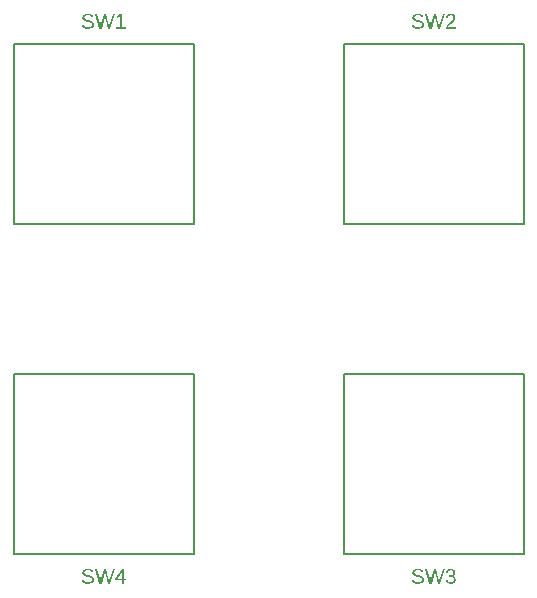
<source format=gbr>
G04 EAGLE Gerber RS-274X export*
G75*
%MOMM*%
%FSLAX34Y34*%
%LPD*%
%INSilkscreen Top*%
%IPPOS*%
%AMOC8*
5,1,8,0,0,1.08239X$1,22.5*%
G01*
G04 Define Apertures*
%ADD10C,0.152400*%
G36*
X176013Y546100D02*
X174016Y546100D01*
X170382Y558441D01*
X172124Y558441D01*
X174340Y550602D01*
X174719Y549109D01*
X175067Y547571D01*
X175553Y549673D01*
X175809Y550648D01*
X176299Y552435D01*
X177984Y558441D01*
X179587Y558441D01*
X181733Y550760D01*
X182171Y549021D01*
X182503Y547571D01*
X182582Y547878D01*
X182968Y549520D01*
X183657Y552068D01*
X185429Y558441D01*
X187172Y558441D01*
X183537Y546100D01*
X181540Y546100D01*
X179403Y553939D01*
X179144Y554966D01*
X178790Y556575D01*
X178404Y554876D01*
X177728Y552340D01*
X176013Y546100D01*
G37*
G36*
X164409Y545925D02*
X163860Y545937D01*
X163340Y545974D01*
X162850Y546035D01*
X162390Y546121D01*
X161960Y546231D01*
X161559Y546366D01*
X161188Y546525D01*
X160846Y546709D01*
X160534Y546917D01*
X160252Y547150D01*
X159999Y547407D01*
X159776Y547689D01*
X159582Y547995D01*
X159419Y548325D01*
X159284Y548681D01*
X159180Y549060D01*
X160800Y549384D01*
X160880Y549116D01*
X160980Y548865D01*
X161099Y548633D01*
X161238Y548420D01*
X161397Y548225D01*
X161575Y548049D01*
X161773Y547891D01*
X161991Y547751D01*
X162229Y547629D01*
X162488Y547523D01*
X162767Y547433D01*
X163066Y547360D01*
X163386Y547303D01*
X163727Y547262D01*
X164088Y547238D01*
X164470Y547230D01*
X164863Y547239D01*
X165234Y547265D01*
X165581Y547308D01*
X165905Y547369D01*
X166206Y547447D01*
X166484Y547543D01*
X166739Y547656D01*
X166970Y547786D01*
X167177Y547933D01*
X167356Y548097D01*
X167507Y548276D01*
X167631Y548472D01*
X167727Y548685D01*
X167796Y548913D01*
X167837Y549158D01*
X167851Y549419D01*
X167833Y549707D01*
X167782Y549967D01*
X167696Y550198D01*
X167575Y550400D01*
X167423Y550581D01*
X167243Y550744D01*
X167035Y550891D01*
X166800Y551022D01*
X166538Y551140D01*
X166252Y551248D01*
X165942Y551346D01*
X165609Y551434D01*
X164076Y551793D01*
X163388Y551955D01*
X162789Y552117D01*
X162278Y552279D01*
X161855Y552441D01*
X161497Y552608D01*
X161178Y552784D01*
X160899Y552969D01*
X160660Y553164D01*
X160454Y553372D01*
X160273Y553596D01*
X160119Y553838D01*
X159990Y554097D01*
X159888Y554374D01*
X159816Y554670D01*
X159772Y554987D01*
X159758Y555323D01*
X159777Y555708D01*
X159834Y556070D01*
X159928Y556409D01*
X160061Y556726D01*
X160232Y557020D01*
X160440Y557292D01*
X160687Y557540D01*
X160971Y557766D01*
X161290Y557968D01*
X161643Y558142D01*
X162028Y558289D01*
X162446Y558410D01*
X162896Y558504D01*
X163379Y558571D01*
X163895Y558611D01*
X164444Y558625D01*
X164954Y558615D01*
X165433Y558584D01*
X165881Y558534D01*
X166298Y558464D01*
X166685Y558373D01*
X167040Y558263D01*
X167364Y558132D01*
X167658Y557981D01*
X167926Y557806D01*
X168173Y557602D01*
X168399Y557371D01*
X168604Y557111D01*
X168788Y556822D01*
X168952Y556505D01*
X169095Y556160D01*
X169217Y555787D01*
X167570Y555498D01*
X167495Y555735D01*
X167404Y555955D01*
X167298Y556158D01*
X167176Y556344D01*
X167039Y556514D01*
X166887Y556666D01*
X166720Y556802D01*
X166537Y556921D01*
X166337Y557025D01*
X166119Y557115D01*
X165883Y557191D01*
X165628Y557253D01*
X165355Y557301D01*
X165064Y557336D01*
X164754Y557357D01*
X164426Y557363D01*
X164067Y557356D01*
X163730Y557333D01*
X163414Y557295D01*
X163121Y557241D01*
X162850Y557172D01*
X162600Y557088D01*
X162372Y556988D01*
X162166Y556873D01*
X161984Y556743D01*
X161825Y556598D01*
X161691Y556437D01*
X161582Y556262D01*
X161497Y556072D01*
X161436Y555866D01*
X161399Y555646D01*
X161387Y555410D01*
X161406Y555138D01*
X161462Y554890D01*
X161557Y554667D01*
X161689Y554469D01*
X161857Y554290D01*
X162058Y554125D01*
X162293Y553974D01*
X162561Y553838D01*
X162916Y553702D01*
X163412Y553550D01*
X164050Y553384D01*
X164829Y553203D01*
X165963Y552936D01*
X166516Y552787D01*
X167045Y552612D01*
X167545Y552407D01*
X168013Y552170D01*
X168231Y552036D01*
X168434Y551887D01*
X168623Y551725D01*
X168797Y551548D01*
X168954Y551356D01*
X169093Y551147D01*
X169215Y550922D01*
X169318Y550681D01*
X169400Y550420D01*
X169459Y550138D01*
X169494Y549833D01*
X169506Y549507D01*
X169485Y549092D01*
X169423Y548701D01*
X169318Y548335D01*
X169172Y547992D01*
X168984Y547673D01*
X168755Y547379D01*
X168483Y547108D01*
X168170Y546862D01*
X167819Y546642D01*
X167434Y546452D01*
X167015Y546291D01*
X166562Y546159D01*
X166075Y546057D01*
X165553Y545983D01*
X164998Y545940D01*
X164409Y545925D01*
G37*
G36*
X196340Y546100D02*
X188607Y546100D01*
X188607Y547440D01*
X191751Y547440D01*
X191751Y556934D01*
X188966Y554946D01*
X188966Y556435D01*
X191882Y558441D01*
X193336Y558441D01*
X193336Y547440D01*
X196340Y547440D01*
X196340Y546100D01*
G37*
G36*
X455413Y546100D02*
X453416Y546100D01*
X449782Y558441D01*
X451524Y558441D01*
X453740Y550602D01*
X454119Y549109D01*
X454467Y547571D01*
X454953Y549673D01*
X455209Y550648D01*
X455699Y552435D01*
X457384Y558441D01*
X458987Y558441D01*
X461133Y550760D01*
X461571Y549021D01*
X461903Y547571D01*
X461982Y547878D01*
X462368Y549520D01*
X463057Y552068D01*
X464829Y558441D01*
X466572Y558441D01*
X462937Y546100D01*
X460940Y546100D01*
X458803Y553939D01*
X458544Y554966D01*
X458190Y556575D01*
X457804Y554876D01*
X457128Y552340D01*
X455413Y546100D01*
G37*
G36*
X443809Y545925D02*
X443260Y545937D01*
X442740Y545974D01*
X442250Y546035D01*
X441790Y546121D01*
X441360Y546231D01*
X440959Y546366D01*
X440588Y546525D01*
X440246Y546709D01*
X439934Y546917D01*
X439652Y547150D01*
X439399Y547407D01*
X439176Y547689D01*
X438982Y547995D01*
X438819Y548325D01*
X438684Y548681D01*
X438580Y549060D01*
X440200Y549384D01*
X440280Y549116D01*
X440380Y548865D01*
X440499Y548633D01*
X440638Y548420D01*
X440797Y548225D01*
X440975Y548049D01*
X441173Y547891D01*
X441391Y547751D01*
X441629Y547629D01*
X441888Y547523D01*
X442167Y547433D01*
X442466Y547360D01*
X442786Y547303D01*
X443127Y547262D01*
X443488Y547238D01*
X443870Y547230D01*
X444263Y547239D01*
X444634Y547265D01*
X444981Y547308D01*
X445305Y547369D01*
X445606Y547447D01*
X445884Y547543D01*
X446139Y547656D01*
X446370Y547786D01*
X446577Y547933D01*
X446756Y548097D01*
X446907Y548276D01*
X447031Y548472D01*
X447127Y548685D01*
X447196Y548913D01*
X447237Y549158D01*
X447251Y549419D01*
X447233Y549707D01*
X447182Y549967D01*
X447096Y550198D01*
X446975Y550400D01*
X446823Y550581D01*
X446643Y550744D01*
X446435Y550891D01*
X446200Y551022D01*
X445938Y551140D01*
X445652Y551248D01*
X445342Y551346D01*
X445009Y551434D01*
X443476Y551793D01*
X442788Y551955D01*
X442189Y552117D01*
X441678Y552279D01*
X441255Y552441D01*
X440897Y552608D01*
X440578Y552784D01*
X440299Y552969D01*
X440060Y553164D01*
X439854Y553372D01*
X439673Y553596D01*
X439519Y553838D01*
X439390Y554097D01*
X439288Y554374D01*
X439216Y554670D01*
X439172Y554987D01*
X439158Y555323D01*
X439177Y555708D01*
X439234Y556070D01*
X439328Y556409D01*
X439461Y556726D01*
X439632Y557020D01*
X439840Y557292D01*
X440087Y557540D01*
X440371Y557766D01*
X440690Y557968D01*
X441043Y558142D01*
X441428Y558289D01*
X441846Y558410D01*
X442296Y558504D01*
X442779Y558571D01*
X443295Y558611D01*
X443844Y558625D01*
X444354Y558615D01*
X444833Y558584D01*
X445281Y558534D01*
X445698Y558464D01*
X446085Y558373D01*
X446440Y558263D01*
X446764Y558132D01*
X447058Y557981D01*
X447326Y557806D01*
X447573Y557602D01*
X447799Y557371D01*
X448004Y557111D01*
X448188Y556822D01*
X448352Y556505D01*
X448495Y556160D01*
X448617Y555787D01*
X446970Y555498D01*
X446895Y555735D01*
X446804Y555955D01*
X446698Y556158D01*
X446576Y556344D01*
X446439Y556514D01*
X446287Y556666D01*
X446120Y556802D01*
X445937Y556921D01*
X445737Y557025D01*
X445519Y557115D01*
X445283Y557191D01*
X445028Y557253D01*
X444755Y557301D01*
X444464Y557336D01*
X444154Y557357D01*
X443826Y557363D01*
X443467Y557356D01*
X443130Y557333D01*
X442814Y557295D01*
X442521Y557241D01*
X442250Y557172D01*
X442000Y557088D01*
X441772Y556988D01*
X441566Y556873D01*
X441384Y556743D01*
X441225Y556598D01*
X441091Y556437D01*
X440982Y556262D01*
X440897Y556072D01*
X440836Y555866D01*
X440799Y555646D01*
X440787Y555410D01*
X440806Y555138D01*
X440862Y554890D01*
X440957Y554667D01*
X441089Y554469D01*
X441257Y554290D01*
X441458Y554125D01*
X441693Y553974D01*
X441961Y553838D01*
X442316Y553702D01*
X442812Y553550D01*
X443450Y553384D01*
X444229Y553203D01*
X445363Y552936D01*
X445916Y552787D01*
X446445Y552612D01*
X446945Y552407D01*
X447413Y552170D01*
X447631Y552036D01*
X447834Y551887D01*
X448023Y551725D01*
X448197Y551548D01*
X448354Y551356D01*
X448493Y551147D01*
X448615Y550922D01*
X448718Y550681D01*
X448800Y550420D01*
X448859Y550138D01*
X448894Y549833D01*
X448906Y549507D01*
X448885Y549092D01*
X448823Y548701D01*
X448718Y548335D01*
X448572Y547992D01*
X448384Y547673D01*
X448155Y547379D01*
X447883Y547108D01*
X447570Y546862D01*
X447219Y546642D01*
X446834Y546452D01*
X446415Y546291D01*
X445962Y546159D01*
X445475Y546057D01*
X444953Y545983D01*
X444398Y545940D01*
X443809Y545925D01*
G37*
G36*
X475714Y546100D02*
X467542Y546100D01*
X467542Y547212D01*
X467778Y547710D01*
X468038Y548177D01*
X468323Y548614D01*
X468633Y549021D01*
X468959Y549404D01*
X469293Y549768D01*
X469635Y550113D01*
X469986Y550440D01*
X470692Y551052D01*
X471392Y551618D01*
X472054Y552161D01*
X472649Y552704D01*
X472915Y552979D01*
X473155Y553260D01*
X473369Y553548D01*
X473555Y553843D01*
X473706Y554150D01*
X473815Y554478D01*
X473879Y554825D01*
X473901Y555191D01*
X473892Y555438D01*
X473864Y555671D01*
X473817Y555889D01*
X473752Y556093D01*
X473668Y556283D01*
X473566Y556459D01*
X473445Y556621D01*
X473305Y556768D01*
X473149Y556899D01*
X472979Y557013D01*
X472793Y557109D01*
X472594Y557188D01*
X472380Y557250D01*
X472151Y557293D01*
X471908Y557320D01*
X471650Y557328D01*
X471404Y557320D01*
X471169Y557294D01*
X470945Y557251D01*
X470732Y557192D01*
X470530Y557115D01*
X470339Y557021D01*
X470159Y556909D01*
X469990Y556781D01*
X469836Y556637D01*
X469698Y556480D01*
X469577Y556308D01*
X469472Y556123D01*
X469385Y555924D01*
X469315Y555711D01*
X469261Y555484D01*
X469224Y555244D01*
X467612Y555393D01*
X467670Y555753D01*
X467757Y556095D01*
X467871Y556418D01*
X468014Y556722D01*
X468185Y557007D01*
X468385Y557273D01*
X468613Y557520D01*
X468869Y557749D01*
X469149Y557954D01*
X469449Y558132D01*
X469767Y558283D01*
X470105Y558406D01*
X470463Y558502D01*
X470839Y558570D01*
X471235Y558611D01*
X471650Y558625D01*
X472103Y558611D01*
X472529Y558570D01*
X472928Y558501D01*
X473300Y558405D01*
X473645Y558281D01*
X473963Y558130D01*
X474254Y557951D01*
X474518Y557744D01*
X474754Y557513D01*
X474957Y557258D01*
X475130Y556980D01*
X475271Y556679D01*
X475380Y556355D01*
X475459Y556008D01*
X475506Y555637D01*
X475521Y555244D01*
X475501Y554885D01*
X475439Y554528D01*
X475337Y554172D01*
X475193Y553816D01*
X475009Y553462D01*
X474785Y553107D01*
X474520Y552752D01*
X474216Y552397D01*
X473818Y551994D01*
X473273Y551493D01*
X472579Y550895D01*
X471738Y550199D01*
X471260Y549797D01*
X470833Y549416D01*
X470458Y549055D01*
X470135Y548714D01*
X469858Y548387D01*
X469622Y548065D01*
X469429Y547750D01*
X469277Y547440D01*
X475714Y547440D01*
X475714Y546100D01*
G37*
G36*
X455413Y76200D02*
X453416Y76200D01*
X449782Y88541D01*
X451524Y88541D01*
X453740Y80702D01*
X454119Y79209D01*
X454467Y77671D01*
X454953Y79773D01*
X455209Y80748D01*
X455699Y82535D01*
X457384Y88541D01*
X458987Y88541D01*
X461133Y80860D01*
X461571Y79121D01*
X461903Y77671D01*
X461982Y77978D01*
X462368Y79620D01*
X463057Y82168D01*
X464829Y88541D01*
X466572Y88541D01*
X462937Y76200D01*
X460940Y76200D01*
X458803Y84039D01*
X458544Y85066D01*
X458190Y86675D01*
X457804Y84976D01*
X457128Y82440D01*
X455413Y76200D01*
G37*
G36*
X443809Y76025D02*
X443260Y76037D01*
X442740Y76074D01*
X442250Y76135D01*
X441790Y76221D01*
X441360Y76331D01*
X440959Y76466D01*
X440588Y76625D01*
X440246Y76809D01*
X439934Y77017D01*
X439652Y77250D01*
X439399Y77507D01*
X439176Y77789D01*
X438982Y78095D01*
X438819Y78425D01*
X438684Y78781D01*
X438580Y79160D01*
X440200Y79484D01*
X440280Y79216D01*
X440380Y78965D01*
X440499Y78733D01*
X440638Y78520D01*
X440797Y78325D01*
X440975Y78149D01*
X441173Y77991D01*
X441391Y77851D01*
X441629Y77729D01*
X441888Y77623D01*
X442167Y77533D01*
X442466Y77460D01*
X442786Y77403D01*
X443127Y77362D01*
X443488Y77338D01*
X443870Y77330D01*
X444263Y77339D01*
X444634Y77365D01*
X444981Y77408D01*
X445305Y77469D01*
X445606Y77547D01*
X445884Y77643D01*
X446139Y77756D01*
X446370Y77886D01*
X446577Y78033D01*
X446756Y78197D01*
X446907Y78376D01*
X447031Y78572D01*
X447127Y78785D01*
X447196Y79013D01*
X447237Y79258D01*
X447251Y79519D01*
X447233Y79807D01*
X447182Y80067D01*
X447096Y80298D01*
X446975Y80500D01*
X446823Y80681D01*
X446643Y80844D01*
X446435Y80991D01*
X446200Y81122D01*
X445938Y81240D01*
X445652Y81348D01*
X445342Y81446D01*
X445009Y81534D01*
X443476Y81893D01*
X442788Y82055D01*
X442189Y82217D01*
X441678Y82379D01*
X441255Y82541D01*
X440897Y82708D01*
X440578Y82884D01*
X440299Y83069D01*
X440060Y83264D01*
X439854Y83472D01*
X439673Y83696D01*
X439519Y83938D01*
X439390Y84197D01*
X439288Y84474D01*
X439216Y84770D01*
X439172Y85087D01*
X439158Y85423D01*
X439177Y85808D01*
X439234Y86170D01*
X439328Y86509D01*
X439461Y86826D01*
X439632Y87120D01*
X439840Y87392D01*
X440087Y87640D01*
X440371Y87866D01*
X440690Y88068D01*
X441043Y88242D01*
X441428Y88389D01*
X441846Y88510D01*
X442296Y88604D01*
X442779Y88671D01*
X443295Y88711D01*
X443844Y88725D01*
X444354Y88715D01*
X444833Y88684D01*
X445281Y88634D01*
X445698Y88564D01*
X446085Y88473D01*
X446440Y88363D01*
X446764Y88232D01*
X447058Y88081D01*
X447326Y87906D01*
X447573Y87702D01*
X447799Y87471D01*
X448004Y87211D01*
X448188Y86922D01*
X448352Y86605D01*
X448495Y86260D01*
X448617Y85887D01*
X446970Y85598D01*
X446895Y85835D01*
X446804Y86055D01*
X446698Y86258D01*
X446576Y86444D01*
X446439Y86614D01*
X446287Y86766D01*
X446120Y86902D01*
X445937Y87021D01*
X445737Y87125D01*
X445519Y87215D01*
X445283Y87291D01*
X445028Y87353D01*
X444755Y87401D01*
X444464Y87436D01*
X444154Y87457D01*
X443826Y87463D01*
X443467Y87456D01*
X443130Y87433D01*
X442814Y87395D01*
X442521Y87341D01*
X442250Y87272D01*
X442000Y87188D01*
X441772Y87088D01*
X441566Y86973D01*
X441384Y86843D01*
X441225Y86698D01*
X441091Y86537D01*
X440982Y86362D01*
X440897Y86172D01*
X440836Y85966D01*
X440799Y85746D01*
X440787Y85510D01*
X440806Y85238D01*
X440862Y84990D01*
X440957Y84767D01*
X441089Y84569D01*
X441257Y84390D01*
X441458Y84225D01*
X441693Y84074D01*
X441961Y83938D01*
X442316Y83802D01*
X442812Y83650D01*
X443450Y83484D01*
X444229Y83303D01*
X445363Y83036D01*
X445916Y82887D01*
X446445Y82712D01*
X446945Y82507D01*
X447413Y82270D01*
X447631Y82136D01*
X447834Y81987D01*
X448023Y81825D01*
X448197Y81648D01*
X448354Y81456D01*
X448493Y81247D01*
X448615Y81022D01*
X448718Y80781D01*
X448800Y80520D01*
X448859Y80238D01*
X448894Y79933D01*
X448906Y79607D01*
X448885Y79192D01*
X448823Y78801D01*
X448718Y78435D01*
X448572Y78092D01*
X448384Y77773D01*
X448155Y77479D01*
X447883Y77208D01*
X447570Y76962D01*
X447219Y76742D01*
X446834Y76552D01*
X446415Y76391D01*
X445962Y76259D01*
X445475Y76157D01*
X444953Y76083D01*
X444398Y76040D01*
X443809Y76025D01*
G37*
G36*
X471641Y76025D02*
X471185Y76038D01*
X470752Y76078D01*
X470342Y76144D01*
X469956Y76236D01*
X469594Y76355D01*
X469256Y76500D01*
X468941Y76672D01*
X468650Y76870D01*
X468385Y77094D01*
X468149Y77343D01*
X467940Y77618D01*
X467760Y77918D01*
X467608Y78243D01*
X467485Y78594D01*
X467390Y78969D01*
X467323Y79371D01*
X468952Y79519D01*
X469000Y79254D01*
X469063Y79006D01*
X469143Y78775D01*
X469239Y78562D01*
X469351Y78365D01*
X469478Y78185D01*
X469622Y78023D01*
X469782Y77877D01*
X469958Y77749D01*
X470151Y77638D01*
X470359Y77544D01*
X470583Y77467D01*
X470824Y77407D01*
X471080Y77364D01*
X471353Y77338D01*
X471641Y77330D01*
X471931Y77339D01*
X472205Y77367D01*
X472463Y77412D01*
X472704Y77477D01*
X472930Y77559D01*
X473140Y77660D01*
X473334Y77779D01*
X473511Y77917D01*
X473670Y78072D01*
X473808Y78246D01*
X473925Y78437D01*
X474020Y78646D01*
X474095Y78873D01*
X474148Y79117D01*
X474179Y79379D01*
X474190Y79660D01*
X474178Y79905D01*
X474142Y80136D01*
X474081Y80353D01*
X473996Y80556D01*
X473887Y80746D01*
X473754Y80922D01*
X473597Y81084D01*
X473415Y81232D01*
X473210Y81364D01*
X472984Y81479D01*
X472737Y81576D01*
X472468Y81655D01*
X472177Y81717D01*
X471865Y81761D01*
X471532Y81788D01*
X471177Y81797D01*
X470284Y81797D01*
X470284Y83163D01*
X471142Y83163D01*
X471457Y83172D01*
X471754Y83198D01*
X472032Y83242D01*
X472293Y83304D01*
X472535Y83384D01*
X472759Y83481D01*
X472965Y83596D01*
X473152Y83728D01*
X473319Y83876D01*
X473464Y84038D01*
X473587Y84213D01*
X473688Y84401D01*
X473766Y84603D01*
X473821Y84819D01*
X473855Y85049D01*
X473866Y85291D01*
X473857Y85532D01*
X473830Y85760D01*
X473784Y85975D01*
X473720Y86177D01*
X473638Y86366D01*
X473538Y86542D01*
X473420Y86705D01*
X473284Y86855D01*
X473129Y86989D01*
X472957Y87106D01*
X472767Y87204D01*
X472560Y87285D01*
X472335Y87348D01*
X472092Y87393D01*
X471832Y87419D01*
X471554Y87428D01*
X471299Y87420D01*
X471058Y87395D01*
X470828Y87353D01*
X470611Y87295D01*
X470407Y87220D01*
X470214Y87128D01*
X470035Y87019D01*
X469868Y86894D01*
X469715Y86754D01*
X469580Y86600D01*
X469461Y86432D01*
X469359Y86250D01*
X469273Y86055D01*
X469205Y85846D01*
X469154Y85624D01*
X469119Y85388D01*
X467534Y85510D01*
X467592Y85879D01*
X467678Y86226D01*
X467792Y86553D01*
X467935Y86859D01*
X468107Y87144D01*
X468306Y87409D01*
X468534Y87652D01*
X468790Y87875D01*
X469070Y88074D01*
X469370Y88247D01*
X469689Y88393D01*
X470026Y88512D01*
X470384Y88605D01*
X470760Y88672D01*
X471156Y88711D01*
X471571Y88725D01*
X472023Y88711D01*
X472448Y88671D01*
X472847Y88603D01*
X473221Y88509D01*
X473569Y88388D01*
X473891Y88239D01*
X474187Y88064D01*
X474457Y87862D01*
X474698Y87636D01*
X474907Y87388D01*
X475084Y87120D01*
X475229Y86830D01*
X475342Y86518D01*
X475422Y86186D01*
X475470Y85833D01*
X475486Y85458D01*
X475476Y85169D01*
X475445Y84894D01*
X475393Y84633D01*
X475321Y84386D01*
X475228Y84153D01*
X475114Y83933D01*
X474980Y83727D01*
X474825Y83535D01*
X474650Y83358D01*
X474457Y83195D01*
X474245Y83047D01*
X474014Y82915D01*
X473764Y82797D01*
X473496Y82694D01*
X473208Y82606D01*
X472903Y82532D01*
X472903Y82497D01*
X473239Y82450D01*
X473556Y82384D01*
X473854Y82297D01*
X474133Y82191D01*
X474393Y82065D01*
X474633Y81919D01*
X474855Y81754D01*
X475057Y81569D01*
X475238Y81368D01*
X475394Y81154D01*
X475527Y80928D01*
X475635Y80689D01*
X475720Y80437D01*
X475780Y80173D01*
X475816Y79896D01*
X475828Y79607D01*
X475811Y79192D01*
X475760Y78801D01*
X475675Y78435D01*
X475556Y78092D01*
X475404Y77773D01*
X475217Y77479D01*
X474996Y77208D01*
X474742Y76962D01*
X474456Y76742D01*
X474141Y76552D01*
X473797Y76391D01*
X473424Y76259D01*
X473022Y76157D01*
X472591Y76083D01*
X472130Y76040D01*
X471641Y76025D01*
G37*
G36*
X176013Y76200D02*
X174016Y76200D01*
X170382Y88541D01*
X172124Y88541D01*
X174340Y80702D01*
X174719Y79209D01*
X175067Y77671D01*
X175553Y79773D01*
X175809Y80748D01*
X176299Y82535D01*
X177984Y88541D01*
X179587Y88541D01*
X181733Y80860D01*
X182171Y79121D01*
X182503Y77671D01*
X182582Y77978D01*
X182968Y79620D01*
X183657Y82168D01*
X185429Y88541D01*
X187172Y88541D01*
X183537Y76200D01*
X181540Y76200D01*
X179403Y84039D01*
X179144Y85066D01*
X178790Y86675D01*
X178404Y84976D01*
X177728Y82440D01*
X176013Y76200D01*
G37*
G36*
X194956Y76200D02*
X193468Y76200D01*
X193468Y78994D01*
X187652Y78994D01*
X187652Y80220D01*
X193301Y88541D01*
X194956Y88541D01*
X194956Y80238D01*
X196691Y80238D01*
X196691Y78994D01*
X194956Y78994D01*
X194956Y76200D01*
G37*
%LPC*%
G36*
X193468Y80238D02*
X193468Y86763D01*
X193222Y86299D01*
X192881Y85721D01*
X189719Y81061D01*
X189246Y80413D01*
X189106Y80238D01*
X193468Y80238D01*
G37*
%LPD*%
G36*
X164409Y76025D02*
X163860Y76037D01*
X163340Y76074D01*
X162850Y76135D01*
X162390Y76221D01*
X161960Y76331D01*
X161559Y76466D01*
X161188Y76625D01*
X160846Y76809D01*
X160534Y77017D01*
X160252Y77250D01*
X159999Y77507D01*
X159776Y77789D01*
X159582Y78095D01*
X159419Y78425D01*
X159284Y78781D01*
X159180Y79160D01*
X160800Y79484D01*
X160880Y79216D01*
X160980Y78965D01*
X161099Y78733D01*
X161238Y78520D01*
X161397Y78325D01*
X161575Y78149D01*
X161773Y77991D01*
X161991Y77851D01*
X162229Y77729D01*
X162488Y77623D01*
X162767Y77533D01*
X163066Y77460D01*
X163386Y77403D01*
X163727Y77362D01*
X164088Y77338D01*
X164470Y77330D01*
X164863Y77339D01*
X165234Y77365D01*
X165581Y77408D01*
X165905Y77469D01*
X166206Y77547D01*
X166484Y77643D01*
X166739Y77756D01*
X166970Y77886D01*
X167177Y78033D01*
X167356Y78197D01*
X167507Y78376D01*
X167631Y78572D01*
X167727Y78785D01*
X167796Y79013D01*
X167837Y79258D01*
X167851Y79519D01*
X167833Y79807D01*
X167782Y80067D01*
X167696Y80298D01*
X167575Y80500D01*
X167423Y80681D01*
X167243Y80844D01*
X167035Y80991D01*
X166800Y81122D01*
X166538Y81240D01*
X166252Y81348D01*
X165942Y81446D01*
X165609Y81534D01*
X164076Y81893D01*
X163388Y82055D01*
X162789Y82217D01*
X162278Y82379D01*
X161855Y82541D01*
X161497Y82708D01*
X161178Y82884D01*
X160899Y83069D01*
X160660Y83264D01*
X160454Y83472D01*
X160273Y83696D01*
X160119Y83938D01*
X159990Y84197D01*
X159888Y84474D01*
X159816Y84770D01*
X159772Y85087D01*
X159758Y85423D01*
X159777Y85808D01*
X159834Y86170D01*
X159928Y86509D01*
X160061Y86826D01*
X160232Y87120D01*
X160440Y87392D01*
X160687Y87640D01*
X160971Y87866D01*
X161290Y88068D01*
X161643Y88242D01*
X162028Y88389D01*
X162446Y88510D01*
X162896Y88604D01*
X163379Y88671D01*
X163895Y88711D01*
X164444Y88725D01*
X164954Y88715D01*
X165433Y88684D01*
X165881Y88634D01*
X166298Y88564D01*
X166685Y88473D01*
X167040Y88363D01*
X167364Y88232D01*
X167658Y88081D01*
X167926Y87906D01*
X168173Y87702D01*
X168399Y87471D01*
X168604Y87211D01*
X168788Y86922D01*
X168952Y86605D01*
X169095Y86260D01*
X169217Y85887D01*
X167570Y85598D01*
X167495Y85835D01*
X167404Y86055D01*
X167298Y86258D01*
X167176Y86444D01*
X167039Y86614D01*
X166887Y86766D01*
X166720Y86902D01*
X166537Y87021D01*
X166337Y87125D01*
X166119Y87215D01*
X165883Y87291D01*
X165628Y87353D01*
X165355Y87401D01*
X165064Y87436D01*
X164754Y87457D01*
X164426Y87463D01*
X164067Y87456D01*
X163730Y87433D01*
X163414Y87395D01*
X163121Y87341D01*
X162850Y87272D01*
X162600Y87188D01*
X162372Y87088D01*
X162166Y86973D01*
X161984Y86843D01*
X161825Y86698D01*
X161691Y86537D01*
X161582Y86362D01*
X161497Y86172D01*
X161436Y85966D01*
X161399Y85746D01*
X161387Y85510D01*
X161406Y85238D01*
X161462Y84990D01*
X161557Y84767D01*
X161689Y84569D01*
X161857Y84390D01*
X162058Y84225D01*
X162293Y84074D01*
X162561Y83938D01*
X162916Y83802D01*
X163412Y83650D01*
X164050Y83484D01*
X164829Y83303D01*
X165963Y83036D01*
X166516Y82887D01*
X167045Y82712D01*
X167545Y82507D01*
X168013Y82270D01*
X168231Y82136D01*
X168434Y81987D01*
X168623Y81825D01*
X168797Y81648D01*
X168954Y81456D01*
X169093Y81247D01*
X169215Y81022D01*
X169318Y80781D01*
X169400Y80520D01*
X169459Y80238D01*
X169494Y79933D01*
X169506Y79607D01*
X169485Y79192D01*
X169423Y78801D01*
X169318Y78435D01*
X169172Y78092D01*
X168984Y77773D01*
X168755Y77479D01*
X168483Y77208D01*
X168170Y76962D01*
X167819Y76742D01*
X167434Y76552D01*
X167015Y76391D01*
X166562Y76259D01*
X166075Y76157D01*
X165553Y76083D01*
X164998Y76040D01*
X164409Y76025D01*
G37*
D10*
X254000Y381000D02*
X101600Y381000D01*
X101600Y533400D01*
X254000Y533400D01*
X254000Y381000D01*
X381000Y381000D02*
X533400Y381000D01*
X381000Y381000D02*
X381000Y533400D01*
X533400Y533400D01*
X533400Y381000D01*
X533400Y254000D02*
X381000Y254000D01*
X533400Y254000D02*
X533400Y101600D01*
X381000Y101600D01*
X381000Y254000D01*
X254000Y254000D02*
X101600Y254000D01*
X254000Y254000D02*
X254000Y101600D01*
X101600Y101600D01*
X101600Y254000D01*
M02*

</source>
